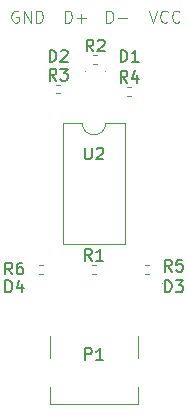
<source format=gbr>
%TF.GenerationSoftware,KiCad,Pcbnew,7.0.9*%
%TF.CreationDate,2024-01-13T12:42:42+01:00*%
%TF.ProjectId,attiny85_programmer,61747469-6e79-4383-955f-70726f677261,rev?*%
%TF.SameCoordinates,Original*%
%TF.FileFunction,Legend,Top*%
%TF.FilePolarity,Positive*%
%FSLAX46Y46*%
G04 Gerber Fmt 4.6, Leading zero omitted, Abs format (unit mm)*
G04 Created by KiCad (PCBNEW 7.0.9) date 2024-01-13 12:42:42*
%MOMM*%
%LPD*%
G01*
G04 APERTURE LIST*
%ADD10C,0.125000*%
%ADD11C,0.150000*%
%ADD12C,0.120000*%
%ADD13C,0.100000*%
G04 APERTURE END LIST*
D10*
X132094140Y-71668738D02*
X131998902Y-71621119D01*
X131998902Y-71621119D02*
X131856045Y-71621119D01*
X131856045Y-71621119D02*
X131713188Y-71668738D01*
X131713188Y-71668738D02*
X131617950Y-71763976D01*
X131617950Y-71763976D02*
X131570331Y-71859214D01*
X131570331Y-71859214D02*
X131522712Y-72049690D01*
X131522712Y-72049690D02*
X131522712Y-72192547D01*
X131522712Y-72192547D02*
X131570331Y-72383023D01*
X131570331Y-72383023D02*
X131617950Y-72478261D01*
X131617950Y-72478261D02*
X131713188Y-72573500D01*
X131713188Y-72573500D02*
X131856045Y-72621119D01*
X131856045Y-72621119D02*
X131951283Y-72621119D01*
X131951283Y-72621119D02*
X132094140Y-72573500D01*
X132094140Y-72573500D02*
X132141759Y-72525880D01*
X132141759Y-72525880D02*
X132141759Y-72192547D01*
X132141759Y-72192547D02*
X131951283Y-72192547D01*
X132570331Y-72621119D02*
X132570331Y-71621119D01*
X132570331Y-71621119D02*
X133141759Y-72621119D01*
X133141759Y-72621119D02*
X133141759Y-71621119D01*
X133617950Y-72621119D02*
X133617950Y-71621119D01*
X133617950Y-71621119D02*
X133856045Y-71621119D01*
X133856045Y-71621119D02*
X133998902Y-71668738D01*
X133998902Y-71668738D02*
X134094140Y-71763976D01*
X134094140Y-71763976D02*
X134141759Y-71859214D01*
X134141759Y-71859214D02*
X134189378Y-72049690D01*
X134189378Y-72049690D02*
X134189378Y-72192547D01*
X134189378Y-72192547D02*
X134141759Y-72383023D01*
X134141759Y-72383023D02*
X134094140Y-72478261D01*
X134094140Y-72478261D02*
X133998902Y-72573500D01*
X133998902Y-72573500D02*
X133856045Y-72621119D01*
X133856045Y-72621119D02*
X133617950Y-72621119D01*
X136070331Y-72621119D02*
X136070331Y-71621119D01*
X136070331Y-71621119D02*
X136308426Y-71621119D01*
X136308426Y-71621119D02*
X136451283Y-71668738D01*
X136451283Y-71668738D02*
X136546521Y-71763976D01*
X136546521Y-71763976D02*
X136594140Y-71859214D01*
X136594140Y-71859214D02*
X136641759Y-72049690D01*
X136641759Y-72049690D02*
X136641759Y-72192547D01*
X136641759Y-72192547D02*
X136594140Y-72383023D01*
X136594140Y-72383023D02*
X136546521Y-72478261D01*
X136546521Y-72478261D02*
X136451283Y-72573500D01*
X136451283Y-72573500D02*
X136308426Y-72621119D01*
X136308426Y-72621119D02*
X136070331Y-72621119D01*
X137070331Y-72240166D02*
X137832236Y-72240166D01*
X137451283Y-72621119D02*
X137451283Y-71859214D01*
X139570331Y-72621119D02*
X139570331Y-71621119D01*
X139570331Y-71621119D02*
X139808426Y-71621119D01*
X139808426Y-71621119D02*
X139951283Y-71668738D01*
X139951283Y-71668738D02*
X140046521Y-71763976D01*
X140046521Y-71763976D02*
X140094140Y-71859214D01*
X140094140Y-71859214D02*
X140141759Y-72049690D01*
X140141759Y-72049690D02*
X140141759Y-72192547D01*
X140141759Y-72192547D02*
X140094140Y-72383023D01*
X140094140Y-72383023D02*
X140046521Y-72478261D01*
X140046521Y-72478261D02*
X139951283Y-72573500D01*
X139951283Y-72573500D02*
X139808426Y-72621119D01*
X139808426Y-72621119D02*
X139570331Y-72621119D01*
X140570331Y-72240166D02*
X141332236Y-72240166D01*
X143177474Y-71621119D02*
X143510807Y-72621119D01*
X143510807Y-72621119D02*
X143844140Y-71621119D01*
X144748902Y-72525880D02*
X144701283Y-72573500D01*
X144701283Y-72573500D02*
X144558426Y-72621119D01*
X144558426Y-72621119D02*
X144463188Y-72621119D01*
X144463188Y-72621119D02*
X144320331Y-72573500D01*
X144320331Y-72573500D02*
X144225093Y-72478261D01*
X144225093Y-72478261D02*
X144177474Y-72383023D01*
X144177474Y-72383023D02*
X144129855Y-72192547D01*
X144129855Y-72192547D02*
X144129855Y-72049690D01*
X144129855Y-72049690D02*
X144177474Y-71859214D01*
X144177474Y-71859214D02*
X144225093Y-71763976D01*
X144225093Y-71763976D02*
X144320331Y-71668738D01*
X144320331Y-71668738D02*
X144463188Y-71621119D01*
X144463188Y-71621119D02*
X144558426Y-71621119D01*
X144558426Y-71621119D02*
X144701283Y-71668738D01*
X144701283Y-71668738D02*
X144748902Y-71716357D01*
X145748902Y-72525880D02*
X145701283Y-72573500D01*
X145701283Y-72573500D02*
X145558426Y-72621119D01*
X145558426Y-72621119D02*
X145463188Y-72621119D01*
X145463188Y-72621119D02*
X145320331Y-72573500D01*
X145320331Y-72573500D02*
X145225093Y-72478261D01*
X145225093Y-72478261D02*
X145177474Y-72383023D01*
X145177474Y-72383023D02*
X145129855Y-72192547D01*
X145129855Y-72192547D02*
X145129855Y-72049690D01*
X145129855Y-72049690D02*
X145177474Y-71859214D01*
X145177474Y-71859214D02*
X145225093Y-71763976D01*
X145225093Y-71763976D02*
X145320331Y-71668738D01*
X145320331Y-71668738D02*
X145463188Y-71621119D01*
X145463188Y-71621119D02*
X145558426Y-71621119D01*
X145558426Y-71621119D02*
X145701283Y-71668738D01*
X145701283Y-71668738D02*
X145748902Y-71716357D01*
D11*
X137738095Y-83204819D02*
X137738095Y-84014342D01*
X137738095Y-84014342D02*
X137785714Y-84109580D01*
X137785714Y-84109580D02*
X137833333Y-84157200D01*
X137833333Y-84157200D02*
X137928571Y-84204819D01*
X137928571Y-84204819D02*
X138119047Y-84204819D01*
X138119047Y-84204819D02*
X138214285Y-84157200D01*
X138214285Y-84157200D02*
X138261904Y-84109580D01*
X138261904Y-84109580D02*
X138309523Y-84014342D01*
X138309523Y-84014342D02*
X138309523Y-83204819D01*
X138738095Y-83300057D02*
X138785714Y-83252438D01*
X138785714Y-83252438D02*
X138880952Y-83204819D01*
X138880952Y-83204819D02*
X139119047Y-83204819D01*
X139119047Y-83204819D02*
X139214285Y-83252438D01*
X139214285Y-83252438D02*
X139261904Y-83300057D01*
X139261904Y-83300057D02*
X139309523Y-83395295D01*
X139309523Y-83395295D02*
X139309523Y-83490533D01*
X139309523Y-83490533D02*
X139261904Y-83633390D01*
X139261904Y-83633390D02*
X138690476Y-84204819D01*
X138690476Y-84204819D02*
X139309523Y-84204819D01*
X131583333Y-93954819D02*
X131250000Y-93478628D01*
X131011905Y-93954819D02*
X131011905Y-92954819D01*
X131011905Y-92954819D02*
X131392857Y-92954819D01*
X131392857Y-92954819D02*
X131488095Y-93002438D01*
X131488095Y-93002438D02*
X131535714Y-93050057D01*
X131535714Y-93050057D02*
X131583333Y-93145295D01*
X131583333Y-93145295D02*
X131583333Y-93288152D01*
X131583333Y-93288152D02*
X131535714Y-93383390D01*
X131535714Y-93383390D02*
X131488095Y-93431009D01*
X131488095Y-93431009D02*
X131392857Y-93478628D01*
X131392857Y-93478628D02*
X131011905Y-93478628D01*
X132440476Y-92954819D02*
X132250000Y-92954819D01*
X132250000Y-92954819D02*
X132154762Y-93002438D01*
X132154762Y-93002438D02*
X132107143Y-93050057D01*
X132107143Y-93050057D02*
X132011905Y-93192914D01*
X132011905Y-93192914D02*
X131964286Y-93383390D01*
X131964286Y-93383390D02*
X131964286Y-93764342D01*
X131964286Y-93764342D02*
X132011905Y-93859580D01*
X132011905Y-93859580D02*
X132059524Y-93907200D01*
X132059524Y-93907200D02*
X132154762Y-93954819D01*
X132154762Y-93954819D02*
X132345238Y-93954819D01*
X132345238Y-93954819D02*
X132440476Y-93907200D01*
X132440476Y-93907200D02*
X132488095Y-93859580D01*
X132488095Y-93859580D02*
X132535714Y-93764342D01*
X132535714Y-93764342D02*
X132535714Y-93526247D01*
X132535714Y-93526247D02*
X132488095Y-93431009D01*
X132488095Y-93431009D02*
X132440476Y-93383390D01*
X132440476Y-93383390D02*
X132345238Y-93335771D01*
X132345238Y-93335771D02*
X132154762Y-93335771D01*
X132154762Y-93335771D02*
X132059524Y-93383390D01*
X132059524Y-93383390D02*
X132011905Y-93431009D01*
X132011905Y-93431009D02*
X131964286Y-93526247D01*
X145083333Y-93704819D02*
X144750000Y-93228628D01*
X144511905Y-93704819D02*
X144511905Y-92704819D01*
X144511905Y-92704819D02*
X144892857Y-92704819D01*
X144892857Y-92704819D02*
X144988095Y-92752438D01*
X144988095Y-92752438D02*
X145035714Y-92800057D01*
X145035714Y-92800057D02*
X145083333Y-92895295D01*
X145083333Y-92895295D02*
X145083333Y-93038152D01*
X145083333Y-93038152D02*
X145035714Y-93133390D01*
X145035714Y-93133390D02*
X144988095Y-93181009D01*
X144988095Y-93181009D02*
X144892857Y-93228628D01*
X144892857Y-93228628D02*
X144511905Y-93228628D01*
X145988095Y-92704819D02*
X145511905Y-92704819D01*
X145511905Y-92704819D02*
X145464286Y-93181009D01*
X145464286Y-93181009D02*
X145511905Y-93133390D01*
X145511905Y-93133390D02*
X145607143Y-93085771D01*
X145607143Y-93085771D02*
X145845238Y-93085771D01*
X145845238Y-93085771D02*
X145940476Y-93133390D01*
X145940476Y-93133390D02*
X145988095Y-93181009D01*
X145988095Y-93181009D02*
X146035714Y-93276247D01*
X146035714Y-93276247D02*
X146035714Y-93514342D01*
X146035714Y-93514342D02*
X145988095Y-93609580D01*
X145988095Y-93609580D02*
X145940476Y-93657200D01*
X145940476Y-93657200D02*
X145845238Y-93704819D01*
X145845238Y-93704819D02*
X145607143Y-93704819D01*
X145607143Y-93704819D02*
X145511905Y-93657200D01*
X145511905Y-93657200D02*
X145464286Y-93609580D01*
X141333333Y-77704819D02*
X141000000Y-77228628D01*
X140761905Y-77704819D02*
X140761905Y-76704819D01*
X140761905Y-76704819D02*
X141142857Y-76704819D01*
X141142857Y-76704819D02*
X141238095Y-76752438D01*
X141238095Y-76752438D02*
X141285714Y-76800057D01*
X141285714Y-76800057D02*
X141333333Y-76895295D01*
X141333333Y-76895295D02*
X141333333Y-77038152D01*
X141333333Y-77038152D02*
X141285714Y-77133390D01*
X141285714Y-77133390D02*
X141238095Y-77181009D01*
X141238095Y-77181009D02*
X141142857Y-77228628D01*
X141142857Y-77228628D02*
X140761905Y-77228628D01*
X142190476Y-77038152D02*
X142190476Y-77704819D01*
X141952381Y-76657200D02*
X141714286Y-77371485D01*
X141714286Y-77371485D02*
X142333333Y-77371485D01*
X135333333Y-77534819D02*
X135000000Y-77058628D01*
X134761905Y-77534819D02*
X134761905Y-76534819D01*
X134761905Y-76534819D02*
X135142857Y-76534819D01*
X135142857Y-76534819D02*
X135238095Y-76582438D01*
X135238095Y-76582438D02*
X135285714Y-76630057D01*
X135285714Y-76630057D02*
X135333333Y-76725295D01*
X135333333Y-76725295D02*
X135333333Y-76868152D01*
X135333333Y-76868152D02*
X135285714Y-76963390D01*
X135285714Y-76963390D02*
X135238095Y-77011009D01*
X135238095Y-77011009D02*
X135142857Y-77058628D01*
X135142857Y-77058628D02*
X134761905Y-77058628D01*
X135666667Y-76534819D02*
X136285714Y-76534819D01*
X136285714Y-76534819D02*
X135952381Y-76915771D01*
X135952381Y-76915771D02*
X136095238Y-76915771D01*
X136095238Y-76915771D02*
X136190476Y-76963390D01*
X136190476Y-76963390D02*
X136238095Y-77011009D01*
X136238095Y-77011009D02*
X136285714Y-77106247D01*
X136285714Y-77106247D02*
X136285714Y-77344342D01*
X136285714Y-77344342D02*
X136238095Y-77439580D01*
X136238095Y-77439580D02*
X136190476Y-77487200D01*
X136190476Y-77487200D02*
X136095238Y-77534819D01*
X136095238Y-77534819D02*
X135809524Y-77534819D01*
X135809524Y-77534819D02*
X135714286Y-77487200D01*
X135714286Y-77487200D02*
X135666667Y-77439580D01*
X138452639Y-75069968D02*
X138119306Y-74593777D01*
X137881211Y-75069968D02*
X137881211Y-74069968D01*
X137881211Y-74069968D02*
X138262163Y-74069968D01*
X138262163Y-74069968D02*
X138357401Y-74117587D01*
X138357401Y-74117587D02*
X138405020Y-74165206D01*
X138405020Y-74165206D02*
X138452639Y-74260444D01*
X138452639Y-74260444D02*
X138452639Y-74403301D01*
X138452639Y-74403301D02*
X138405020Y-74498539D01*
X138405020Y-74498539D02*
X138357401Y-74546158D01*
X138357401Y-74546158D02*
X138262163Y-74593777D01*
X138262163Y-74593777D02*
X137881211Y-74593777D01*
X138833592Y-74165206D02*
X138881211Y-74117587D01*
X138881211Y-74117587D02*
X138976449Y-74069968D01*
X138976449Y-74069968D02*
X139214544Y-74069968D01*
X139214544Y-74069968D02*
X139309782Y-74117587D01*
X139309782Y-74117587D02*
X139357401Y-74165206D01*
X139357401Y-74165206D02*
X139405020Y-74260444D01*
X139405020Y-74260444D02*
X139405020Y-74355682D01*
X139405020Y-74355682D02*
X139357401Y-74498539D01*
X139357401Y-74498539D02*
X138785973Y-75069968D01*
X138785973Y-75069968D02*
X139405020Y-75069968D01*
X138333333Y-92784819D02*
X138000000Y-92308628D01*
X137761905Y-92784819D02*
X137761905Y-91784819D01*
X137761905Y-91784819D02*
X138142857Y-91784819D01*
X138142857Y-91784819D02*
X138238095Y-91832438D01*
X138238095Y-91832438D02*
X138285714Y-91880057D01*
X138285714Y-91880057D02*
X138333333Y-91975295D01*
X138333333Y-91975295D02*
X138333333Y-92118152D01*
X138333333Y-92118152D02*
X138285714Y-92213390D01*
X138285714Y-92213390D02*
X138238095Y-92261009D01*
X138238095Y-92261009D02*
X138142857Y-92308628D01*
X138142857Y-92308628D02*
X137761905Y-92308628D01*
X139285714Y-92784819D02*
X138714286Y-92784819D01*
X139000000Y-92784819D02*
X139000000Y-91784819D01*
X139000000Y-91784819D02*
X138904762Y-91927676D01*
X138904762Y-91927676D02*
X138809524Y-92022914D01*
X138809524Y-92022914D02*
X138714286Y-92070533D01*
X137761905Y-101204819D02*
X137761905Y-100204819D01*
X137761905Y-100204819D02*
X138142857Y-100204819D01*
X138142857Y-100204819D02*
X138238095Y-100252438D01*
X138238095Y-100252438D02*
X138285714Y-100300057D01*
X138285714Y-100300057D02*
X138333333Y-100395295D01*
X138333333Y-100395295D02*
X138333333Y-100538152D01*
X138333333Y-100538152D02*
X138285714Y-100633390D01*
X138285714Y-100633390D02*
X138238095Y-100681009D01*
X138238095Y-100681009D02*
X138142857Y-100728628D01*
X138142857Y-100728628D02*
X137761905Y-100728628D01*
X139285714Y-101204819D02*
X138714286Y-101204819D01*
X139000000Y-101204819D02*
X139000000Y-100204819D01*
X139000000Y-100204819D02*
X138904762Y-100347676D01*
X138904762Y-100347676D02*
X138809524Y-100442914D01*
X138809524Y-100442914D02*
X138714286Y-100490533D01*
X131011905Y-95454819D02*
X131011905Y-94454819D01*
X131011905Y-94454819D02*
X131250000Y-94454819D01*
X131250000Y-94454819D02*
X131392857Y-94502438D01*
X131392857Y-94502438D02*
X131488095Y-94597676D01*
X131488095Y-94597676D02*
X131535714Y-94692914D01*
X131535714Y-94692914D02*
X131583333Y-94883390D01*
X131583333Y-94883390D02*
X131583333Y-95026247D01*
X131583333Y-95026247D02*
X131535714Y-95216723D01*
X131535714Y-95216723D02*
X131488095Y-95311961D01*
X131488095Y-95311961D02*
X131392857Y-95407200D01*
X131392857Y-95407200D02*
X131250000Y-95454819D01*
X131250000Y-95454819D02*
X131011905Y-95454819D01*
X132440476Y-94788152D02*
X132440476Y-95454819D01*
X132202381Y-94407200D02*
X131964286Y-95121485D01*
X131964286Y-95121485D02*
X132583333Y-95121485D01*
X144511905Y-95454819D02*
X144511905Y-94454819D01*
X144511905Y-94454819D02*
X144750000Y-94454819D01*
X144750000Y-94454819D02*
X144892857Y-94502438D01*
X144892857Y-94502438D02*
X144988095Y-94597676D01*
X144988095Y-94597676D02*
X145035714Y-94692914D01*
X145035714Y-94692914D02*
X145083333Y-94883390D01*
X145083333Y-94883390D02*
X145083333Y-95026247D01*
X145083333Y-95026247D02*
X145035714Y-95216723D01*
X145035714Y-95216723D02*
X144988095Y-95311961D01*
X144988095Y-95311961D02*
X144892857Y-95407200D01*
X144892857Y-95407200D02*
X144750000Y-95454819D01*
X144750000Y-95454819D02*
X144511905Y-95454819D01*
X145416667Y-94454819D02*
X146035714Y-94454819D01*
X146035714Y-94454819D02*
X145702381Y-94835771D01*
X145702381Y-94835771D02*
X145845238Y-94835771D01*
X145845238Y-94835771D02*
X145940476Y-94883390D01*
X145940476Y-94883390D02*
X145988095Y-94931009D01*
X145988095Y-94931009D02*
X146035714Y-95026247D01*
X146035714Y-95026247D02*
X146035714Y-95264342D01*
X146035714Y-95264342D02*
X145988095Y-95359580D01*
X145988095Y-95359580D02*
X145940476Y-95407200D01*
X145940476Y-95407200D02*
X145845238Y-95454819D01*
X145845238Y-95454819D02*
X145559524Y-95454819D01*
X145559524Y-95454819D02*
X145464286Y-95407200D01*
X145464286Y-95407200D02*
X145416667Y-95359580D01*
X134761905Y-75954819D02*
X134761905Y-74954819D01*
X134761905Y-74954819D02*
X135000000Y-74954819D01*
X135000000Y-74954819D02*
X135142857Y-75002438D01*
X135142857Y-75002438D02*
X135238095Y-75097676D01*
X135238095Y-75097676D02*
X135285714Y-75192914D01*
X135285714Y-75192914D02*
X135333333Y-75383390D01*
X135333333Y-75383390D02*
X135333333Y-75526247D01*
X135333333Y-75526247D02*
X135285714Y-75716723D01*
X135285714Y-75716723D02*
X135238095Y-75811961D01*
X135238095Y-75811961D02*
X135142857Y-75907200D01*
X135142857Y-75907200D02*
X135000000Y-75954819D01*
X135000000Y-75954819D02*
X134761905Y-75954819D01*
X135714286Y-75050057D02*
X135761905Y-75002438D01*
X135761905Y-75002438D02*
X135857143Y-74954819D01*
X135857143Y-74954819D02*
X136095238Y-74954819D01*
X136095238Y-74954819D02*
X136190476Y-75002438D01*
X136190476Y-75002438D02*
X136238095Y-75050057D01*
X136238095Y-75050057D02*
X136285714Y-75145295D01*
X136285714Y-75145295D02*
X136285714Y-75240533D01*
X136285714Y-75240533D02*
X136238095Y-75383390D01*
X136238095Y-75383390D02*
X135666667Y-75954819D01*
X135666667Y-75954819D02*
X136285714Y-75954819D01*
X140761905Y-75954819D02*
X140761905Y-74954819D01*
X140761905Y-74954819D02*
X141000000Y-74954819D01*
X141000000Y-74954819D02*
X141142857Y-75002438D01*
X141142857Y-75002438D02*
X141238095Y-75097676D01*
X141238095Y-75097676D02*
X141285714Y-75192914D01*
X141285714Y-75192914D02*
X141333333Y-75383390D01*
X141333333Y-75383390D02*
X141333333Y-75526247D01*
X141333333Y-75526247D02*
X141285714Y-75716723D01*
X141285714Y-75716723D02*
X141238095Y-75811961D01*
X141238095Y-75811961D02*
X141142857Y-75907200D01*
X141142857Y-75907200D02*
X141000000Y-75954819D01*
X141000000Y-75954819D02*
X140761905Y-75954819D01*
X142285714Y-75954819D02*
X141714286Y-75954819D01*
X142000000Y-75954819D02*
X142000000Y-74954819D01*
X142000000Y-74954819D02*
X141904762Y-75097676D01*
X141904762Y-75097676D02*
X141809524Y-75192914D01*
X141809524Y-75192914D02*
X141714286Y-75240533D01*
D12*
%TO.C,U2*%
X141160000Y-81120000D02*
X139510000Y-81120000D01*
X135860000Y-81120000D02*
X135860000Y-91400000D01*
X141160000Y-91400000D02*
X141160000Y-81120000D01*
X137510000Y-81120000D02*
X135860000Y-81120000D01*
X135860000Y-91400000D02*
X141160000Y-91400000D01*
X137510000Y-81120000D02*
G75*
G03*
X139510000Y-81120000I1000000J0D01*
G01*
%TO.C,R6*%
X133832379Y-93120000D02*
X134167621Y-93120000D01*
X133832379Y-93880000D02*
X134167621Y-93880000D01*
%TO.C,R5*%
X142832379Y-93880000D02*
X143167621Y-93880000D01*
X142832379Y-93120000D02*
X143167621Y-93120000D01*
%TO.C,R4*%
X141667621Y-78880000D02*
X141332379Y-78880000D01*
X141667621Y-78120000D02*
X141332379Y-78120000D01*
%TO.C,R3*%
X135332379Y-77870000D02*
X135667621Y-77870000D01*
X135332379Y-78630000D02*
X135667621Y-78630000D01*
%TO.C,R2*%
X138451685Y-75405149D02*
X138786927Y-75405149D01*
X138451685Y-76165149D02*
X138786927Y-76165149D01*
%TO.C,R1*%
X138332379Y-93880000D02*
X138667621Y-93880000D01*
X138332379Y-93120000D02*
X138667621Y-93120000D01*
%TO.C,P1*%
X134800000Y-99205000D02*
X134800000Y-101005000D01*
X134800000Y-104955000D02*
X134800000Y-103495000D01*
X142200000Y-99205000D02*
X142200000Y-101005000D01*
X142200000Y-104955000D02*
X134800000Y-104955000D01*
X142200000Y-104955000D02*
X142200000Y-103495000D01*
D13*
%TO.C,D4*%
X132785000Y-94750000D02*
G75*
G03*
X132785000Y-94750000I-50000J0D01*
G01*
%TO.C,D3*%
X144315000Y-94750000D02*
G75*
G03*
X144315000Y-94750000I-50000J0D01*
G01*
%TO.C,D2*%
X137800000Y-76735000D02*
G75*
G03*
X137800000Y-76735000I-50000J0D01*
G01*
%TO.C,D1*%
X139550000Y-76735000D02*
G75*
G03*
X139550000Y-76735000I-50000J0D01*
G01*
%TD*%
M02*

</source>
